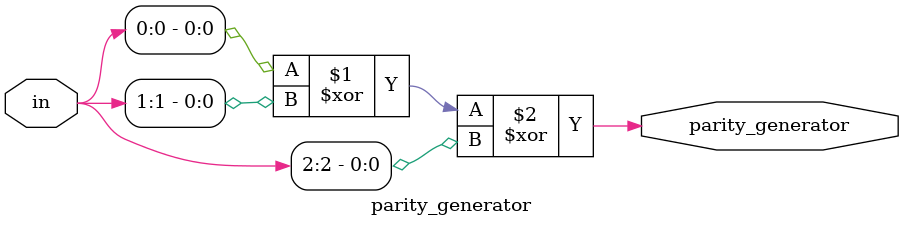
<source format=v>
`timescale 1ns / 1ps


module parity_generator(
    input [2:0]in,
    output parity_generator
    );
    
    assign parity_generator = (in[0] ^ in[1] ^ in[2]);
    
endmodule

</source>
